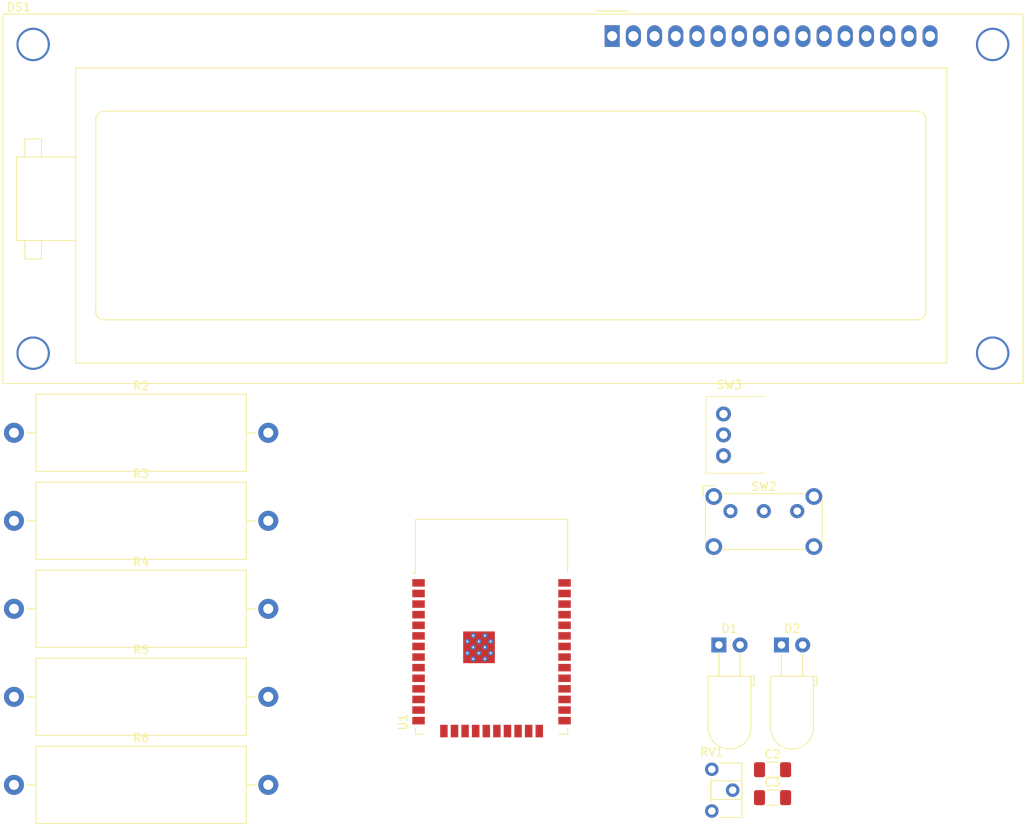
<source format=kicad_pcb>
(kicad_pcb (version 20221018) (generator pcbnew)
  (layers (0 "F.Cu" signal) (31 "B.Cu" signal) (34 "B.Paste" user) (35 "F.Paste" user) (36 "B.SilkS" user "B.Silkscreen") (37 "F.SilkS" user "F.Silkscreen") (38 "B.Mask" user) (39 "F.Mask" user) (44 "Edge.Cuts" user))
  (net 0 "")
  (net 1 "GND")
  (net 2 "/A")
  (net 3 "/B")
  (net 4 "Net-(D1-K)")
  (net 5 "/LED_Y")
  (net 6 "Net-(D2-K)")
  (net 7 "/LED_B")
  (net 8 "Net-(DS1-LEDA)")
  (net 9 "/LCD_PWR")
  (net 10 "Net-(DS1-Vo)")
  (net 11 "/REG_SEL")
  (net 12 "/EN")
  (net 17 "/D4")
  (net 18 "/D5")
  (net 19 "/D6")
  (net 20 "/D7")
  (net 21 "Net-(R3-Pad2)")
  (net 22 "Net-(R4-Pad2)")
  (net 23 "VCC")
  (net 24 "/C")
  (footprint "LED_THT:LED_D5.0mm_Horizontal_O3.81mm_Z15.0mm" (layer "F.Cu") (at 121.4275 98.54)
    (fp_text reference "D2" (at 1.27 -1.96) (layer "F.SilkS"))
    (fp_text value "Blue")
    (fp_line (start -1.29 3.75) (end -1.29 9.91) (stroke (width 0.12)) (layer "F.SilkS"))
    (fp_line (start -1.29 3.75) (end 3.83 3.75) (stroke (width 0.12)) (layer "F.SilkS"))
    (fp_line (start 0 1.08) (end 0 1.08) (stroke (width 0.12)) (layer "F.SilkS"))
    (fp_line (start 0 1.08) (end 0 3.75) (stroke (width 0.12)) (layer "F.SilkS"))
    (fp_line (start 0 3.75) (end 0 1.08) (stroke (width 0.12)) (layer "F.SilkS"))
    (fp_line (start 0 3.75) (end 0 3.75) (stroke (width 0.12)) (layer "F.SilkS"))
    (fp_line (start 2.54 1.08) (end 2.54 1.08) (stroke (width 0.12)) (layer "F.SilkS"))
    (fp_line (start 2.54 1.08) (end 2.54 3.75) (stroke (width 0.12)) (layer "F.SilkS"))
    (fp_line (start 2.54 3.75) (end 2.54 1.08) (stroke (width 0.12)) (layer "F.SilkS"))
    (fp_line (start 2.54 3.75) (end 2.54 3.75) (stroke (width 0.12)) (layer "F.SilkS"))
    (fp_line (start 3.83 3.75) (end 3.83 9.91) (stroke (width 0.12)) (layer "F.SilkS"))
    (fp_line (start 3.83 3.75) (end 4.23 3.75) (stroke (width 0.12)) (layer "F.SilkS"))
    (fp_line (start 3.83 4.87) (end 3.83 3.75) (stroke (width 0.12)) (layer "F.SilkS"))
    (fp_line (start 4.23 3.75) (end 4.23 4.87) (stroke (width 0.12)) (layer "F.SilkS"))
    (fp_line (start 4.23 4.87) (end 3.83 4.87) (stroke (width 0.12)) (layer "F.SilkS"))
    (fp_arc (start 3.83 9.91) (mid 1.27 12.47) (end -1.29 9.91) (stroke (width 0.12)) (layer "F.SilkS"))
    (pad "1" thru_hole rect (at 0 0) (size 1.8 1.8) (drill 0.9) (layers "*.Cu" "*.Mask") (net 6 "Net-(D2-K)"))
    (pad "2" thru_hole circle (at 2.54 0) (size 1.8 1.8) (drill 0.9) (layers "*.Cu" "*.Mask") (net 7 "/LED_B"))
  )
  (footprint "Rotary_Encoder:RotaryEncoder_Bourns_Horizontal_PEC09-2xxxF-Nxxxx" (layer "F.Cu") (at 114.4775 75.86)
    (fp_text reference "SW3" (at 0.7 -8.5) (layer "F.SilkS"))
    (fp_text value "RotaryEncoder")
    (fp_line (start -2.1 -7.1) (end -2.1 2.1) (stroke (width 0.1)) (layer "F.SilkS"))
    (fp_line (start -2.1 2.1) (end 5 2.1) (stroke (width 0.1)) (layer "F.SilkS"))
    (fp_line (start 5 -7.1) (end -2.1 -7.1) (stroke (width 0.1)) (layer "F.SilkS"))
    (pad "A" thru_hole circle (at 0 0) (size 1.8 1.8) (drill 1) (layers "*.Cu" "*.Mask") (net 21 "Net-(R3-Pad2)"))
    (pad "B" thru_hole circle (at 0 -5) (size 1.8 1.8) (drill 1) (layers "*.Cu" "*.Mask") (net 22 "Net-(R4-Pad2)"))
    (pad "C" thru_hole circle (at 0 -2.5) (size 1.8 1.8) (drill 1) (layers "*.Cu" "*.Mask") (net 24 "/C"))
  )
  (footprint "Resistor_THT:R_Axial_Power_L25.0mm_W9.0mm_P30.48mm" (layer "F.Cu") (at 29.4375 94.21)
    (fp_text reference "R4" (at 15.24 -5.62) (layer "F.SilkS"))
    (fp_text value "330R")
    (fp_line (start 1.44 0) (end 2.62 0) (stroke (width 0.12)) (layer "F.SilkS"))
    (fp_line (start 2.62 -4.62) (end 2.62 4.62) (stroke (width 0.12)) (layer "F.SilkS"))
    (fp_line (start 2.62 4.62) (end 27.86 4.62) (stroke (width 0.12)) (layer "F.SilkS"))
    (fp_line (start 27.86 -4.62) (end 2.62 -4.62) (stroke (width 0.12)) (layer "F.SilkS"))
    (fp_line (start 27.86 4.62) (end 27.86 -4.62) (stroke (width 0.12)) (layer "F.SilkS"))
    (fp_line (start 29.04 0) (end 27.86 0) (stroke (width 0.12)) (layer "F.SilkS"))
    (pad "1" thru_hole circle (at 0 0) (size 2.4 2.4) (drill 1.2) (layers "*.Cu" "*.Mask") (net 3 "/B"))
    (pad "2" thru_hole oval (at 30.48 0) (size 2.4 2.4) (drill 1.2) (layers "*.Cu" "*.Mask") (net 22 "Net-(R4-Pad2)"))
  )
  (footprint "Potentiometer_THT:Potentiometer_ACP_CA6-H2,5_Horizontal" (layer "F.Cu") (at 113.0775 113.44)
    (fp_text reference "RV1" (at 0 -2.06) (layer "F.SilkS"))
    (fp_text value "R_Potentiometer")
    (fp_line (start -0.121 1.066) (end -0.121 3.935) (stroke (width 0.12)) (layer "F.SilkS"))
    (fp_line (start -0.121 1.38) (end -0.121 3.62) (stroke (width 0.12)) (layer "F.SilkS"))
    (fp_line (start -0.121 1.38) (end 3.62 1.38) (stroke (width 0.12)) (layer "F.SilkS"))
    (fp_line (start -0.121 3.62) (end 3.62 3.62) (stroke (width 0.12)) (layer "F.SilkS"))
    (fp_line (start 0.925 -0.77) (end 3.62 -0.77) (stroke (width 0.12)) (layer "F.SilkS"))
    (fp_line (start 0.925 5.77) (end 3.62 5.77) (stroke (width 0.12)) (layer "F.SilkS"))
    (fp_line (start 3.62 -0.77) (end 3.62 5.77) (stroke (width 0.12)) (layer "F.SilkS"))
    (fp_line (start 3.62 1.38) (end 3.62 3.62) (stroke (width 0.12)) (layer "F.SilkS"))
    (pad "1" thru_hole circle (at 0 0) (size 1.62 1.62) (drill 0.9) (layers "*.Cu" "*.Mask") (net 1 "GND"))
    (pad "2" thru_hole circle (at 2.5 2.5) (size 1.62 1.62) (drill 0.9) (layers "*.Cu" "*.Mask") (net 10 "Net-(DS1-Vo)"))
    (pad "3" thru_hole circle (at 0 5) (size 1.62 1.62) (drill 0.9) (layers "*.Cu" "*.Mask") (net 9 "/LCD_PWR"))
  )
  (footprint "Display:HY1602E" (layer "F.Cu") (at 101.1375 25.565)
    (fp_text reference "DS1" (at -71.12 -3.48) (layer "F.SilkS"))
    (fp_text value "HY1602E")
    (fp_line (start -73.04 -2.64) (end -73.04 41.64) (stroke (width 0.12)) (layer "F.SilkS"))
    (fp_line (start -73.04 -2.64) (end 49.24 -2.64) (stroke (width 0.12)) (layer "F.SilkS"))
    (fp_line (start -71.4 14.5) (end -64.3 14.5) (stroke (width 0.12)) (layer "F.SilkS"))
    (fp_line (start -71.4 24.5) (end -71.4 14.5) (stroke (width 0.12)) (layer "F.SilkS"))
    (fp_line (start -70.4 12.3) (end -70.4 14.5) (stroke (width 0.12)) (layer "F.SilkS"))
    (fp_line (start -70.4 26.7) (end -70.4 24.5) (stroke (width 0.12)) (layer "F.SilkS"))
    (fp_line (start -68.4 12.3) (end -70.4 12.3) (stroke (width 0.12)) (layer "F.SilkS"))
    (fp_line (start -68.4 14.5) (end -68.4 12.3) (stroke (width 0.12)) (layer "F.SilkS"))
    (fp_line (start -68.4 24.5) (end -68.4 26.7) (stroke (width 0.12)) (layer "F.SilkS"))
    (fp_line (start -68.4 26.7) (end -70.4 26.7) (stroke (width 0.12)) (layer "F.SilkS"))
    (fp_line (start -64.3 3.8) (end 40.1 3.8) (stroke (width 0.12)) (layer "F.SilkS"))
    (fp_line (start -64.3 24.5) (end -71.4 24.5) (stroke (width 0.12)) (layer "F.SilkS"))
    (fp_line (start -64.3 39.2) (end -64.3 3.8) (stroke (width 0.12)) (layer "F.SilkS"))
    (fp_line (start -61.9 33) (end -61.9 10) (stroke (width 0.12)) (layer "F.SilkS"))
    (fp_line (start -60.9 9) (end 36.6 9) (stroke (width 0.12)) (layer "F.SilkS"))
    (fp_line (start -2 -3) (end 2 -3) (stroke (width 0.12)) (layer "F.SilkS"))
    (fp_line (start 36.6 34) (end -60.9 34) (stroke (width 0.12)) (layer "F.SilkS"))
    (fp_line (start 37.6 10) (end 37.6 33) (stroke (width 0.12)) (layer "F.SilkS"))
    (fp_line (start 40.1 3.8) (end 40.1 39.2) (stroke (width 0.12)) (layer "F.SilkS"))
    (fp_line (start 40.1 39.2) (end -64.3 39.2) (stroke (width 0.12)) (layer "F.SilkS"))
    (fp_line (start 49.24 -2.64) (end 49.24 41.64) (stroke (width 0.12)) (layer "F.SilkS"))
    (fp_line (start 49.24 41.64) (end -73.04 41.64) (stroke (width 0.12)) (layer "F.SilkS"))
    (fp_arc (start -61.9 10) (mid -61.607107 9.292893) (end -60.9 9) (stroke (width 0.12)) (layer "F.SilkS"))
    (fp_arc (start -60.9 34) (mid -61.607107 33.707107) (end -61.9 33) (stroke (width 0.12)) (layer "F.SilkS"))
    (fp_arc (start 36.6 9) (mid 37.307107 9.292893) (end 37.6 10) (stroke (width 0.12)) (layer "F.SilkS"))
    (fp_arc (start 37.6 33) (mid 37.307107 33.707107) (end 36.6 34) (stroke (width 0.12)) (layer "F.SilkS"))
    (pad "" thru_hole circle (at -69.40042 1.00076 180) (size 4 4) (drill 3.5) (layers "*.Cu" "*.Mask"))
    (pad "" thru_hole circle (at -69.40042 38.00094 180) (size 4 4) (drill 3.5) (layers "*.Cu" "*.Mask"))
    (pad "" thru_hole circle (at 45.60062 1.00076 180) (size 4 4) (drill 3.5) (layers "*.Cu" "*.Mask"))
    (pad "" thru_hole circle (at 45.60062 38.00094 180) (size 4 4) (drill 3.5) (layers "*.Cu" "*.Mask"))
    (pad "1" thru_hole rect (at 0 0 180) (size 1.8 2.6) (drill 1.2) (layers "*.Cu" "*.Mask") (net 1 "GND"))
    (pad "2" thru_hole oval (at 2.54 0 180) (size 1.8 2.6) (drill 1.2) (layers "*.Cu" "*.Mask") (net 8 "Net-(DS1-LEDA)"))
    (pad "3" thru_hole oval (at 5.08 0 180) (size 1.8 2.6) (drill 1.2) (layers "*.Cu" "*.Mask") (net 1 "GND"))
    (pad "4" thru_hole oval (at 7.62 0 180) (size 1.8 2.6) (drill 1.2) (layers "*.Cu" "*.Mask") (net 9 "/LCD_PWR"))
    (pad "5" thru_hole oval (at 10.16 0 180) (size 1.8 2.6) (drill 1.2) (layers "*.Cu" "*.Mask") (net 10 "Net-(DS1-Vo)"))
    (pad "6" thru_hole oval (at 12.7 0 180) (size 1.8 2.6) (drill 1.2) (layers "*.Cu" "*.Mask") (net 11 "/REG_SEL"))
    (pad "7" thru_hole oval (at 15.24 0 180) (size 1.8 2.6) (drill 1.2) (layers "*.Cu" "*.Mask") (net 1 "GND"))
    (pad "8" thru_hole oval (at 17.78 0 180) (size 1.8 2.6) (drill 1.2) (layers "*.Cu" "*.Mask") (net 12 "/EN"))
    (pad "9" thru_hole oval (at 20.32 0 180) (size 1.8 2.6) (drill 1.2) (layers "*.Cu" "*.Mask"))
    (pad "10" thru_hole oval (at 22.86 0 180) (size 1.8 2.6) (drill 1.2) (layers "*.Cu" "*.Mask"))
    (pad "11" thru_hole oval (at 25.4 0 180) (size 1.8 2.6) (drill 1.2) (layers "*.Cu" "*.Mask"))
    (pad "12" thru_hole oval (at 27.94 0 180) (size 1.8 2.6) (drill 1.2) (layers "*.Cu" "*.Mask"))
    (pad "13" thru_hole oval (at 30.48 0 180) (size 1.8 2.6) (drill 1.2) (layers "*.Cu" "*.Mask") (net 17 "/D4"))
    (pad "14" thru_hole oval (at 33.02 0 180) (size 1.8 2.6) (drill 1.2) (layers "*.Cu" "*.Mask") (net 18 "/D5"))
    (pad "15" thru_hole oval (at 35.56 0 180) (size 1.8 2.6) (drill 1.2) (layers "*.Cu" "*.Mask") (net 19 "/D6"))
    (pad "16" thru_hole oval (at 38.1 0 180) (size 1.8 2.6) (drill 1.2) (layers "*.Cu" "*.Mask") (net 20 "/D7"))
  )
  (footprint "Button_Switch_THT:SW_E-Switch_EG1224_SPDT_Angled" (layer "F.Cu") (at 115.3125 82.495)
    (fp_text reference "SW2" (at 4 -2.95) (layer "F.SilkS"))
    (fp_text value "SW_SPDT")
    (fp_line (start -3.3 -3.05) (end -2 -3.05) (stroke (width 0.12)) (layer "F.SilkS"))
    (fp_line (start -3.3 -1.75) (end -3.3 -3.05) (stroke (width 0.12)) (layer "F.SilkS"))
    (fp_line (start -3 3.85) (end -3 -1.35) (stroke (width 0.12)) (layer "F.SilkS"))
    (fp_line (start -0.95 -2.1) (end 8.95 -2.1) (stroke (width 0.12)) (layer "F.SilkS"))
    (fp_line (start 8.95 4.6) (end -0.95 4.6) (stroke (width 0.12)) (layer "F.SilkS"))
    (fp_line (start 11 -1.35) (end 11 3.85) (stroke (width 0.12)) (layer "F.SilkS"))
    (pad "" thru_hole circle (at -2 -1.75) (size 2 2) (drill 1.2) (layers "*.Cu" "*.Mask"))
    (pad "" thru_hole circle (at -2 4.25) (size 2 2) (drill 1.2) (layers "*.Cu" "*.Mask"))
    (pad "" thru_hole circle (at 10 -1.75) (size 2 2) (drill 1.2) (layers "*.Cu" "*.Mask"))
    (pad "" thru_hole circle (at 10 4.25) (size 2 2) (drill 1.2) (layers "*.Cu" "*.Mask"))
    (pad "1" thru_hole circle (at 0 0) (size 1.7 1.7) (drill 0.9) (layers "*.Cu" "*.Mask") (net 23 "VCC"))
    (pad "2" thru_hole circle (at 4 0) (size 1.7 1.7) (drill 0.9) (layers "*.Cu" "*.Mask") (net 9 "/LCD_PWR"))
    (pad "3" thru_hole circle (at 8 0) (size 1.7 1.7) (drill 0.9) (layers "*.Cu" "*.Mask") (net 1 "GND"))
  )
  (footprint "Resistor_THT:R_Axial_Power_L25.0mm_W9.0mm_P30.48mm" (layer "F.Cu") (at 29.4375 104.76)
    (fp_text reference "R5" (at 15.24 -5.62) (layer "F.SilkS"))
    (fp_text value "330R")
    (fp_line (start 1.44 0) (end 2.62 0) (stroke (width 0.12)) (layer "F.SilkS"))
    (fp_line (start 2.62 -4.62) (end 2.62 4.62) (stroke (width 0.12)) (layer "F.SilkS"))
    (fp_line (start 2.62 4.62) (end 27.86 4.62) (stroke (width 0.12)) (layer "F.SilkS"))
    (fp_line (start 27.86 -4.62) (end 2.62 -4.62) (stroke (width 0.12)) (layer "F.SilkS"))
    (fp_line (start 27.86 4.62) (end 27.86 -4.62) (stroke (width 0.12)) (layer "F.SilkS"))
    (fp_line (start 29.04 0) (end 27.86 0) (stroke (width 0.12)) (layer "F.SilkS"))
    (pad "1" thru_hole circle (at 0 0) (size 2.4 2.4) (drill 1.2) (layers "*.Cu" "*.Mask") (net 6 "Net-(D2-K)"))
    (pad "2" thru_hole oval (at 30.48 0) (size 2.4 2.4) (drill 1.2) (layers "*.Cu" "*.Mask") (net 1 "GND"))
  )
  (footprint "Capacitor_SMD:C_1206_3216Metric_Pad1.33x1.80mm_HandSolder" (layer "F.Cu") (at 120.3575 113.49)
    (fp_text reference "C2" (at 0 -1.85) (layer "F.SilkS"))
    (fp_text value "10nF")
    (fp_line (start -0.711252 -0.91) (end 0.711252 -0.91) (stroke (width 0.12)) (layer "F.SilkS"))
    (fp_line (start -0.711252 0.91) (end 0.711252 0.91) (stroke (width 0.12)) (layer "F.SilkS"))
    (pad "1" smd roundrect (at -1.5625 0) (size 1.325 1.8) (layers "F.Cu" "F.Paste" "F.Mask") (roundrect_rratio 0.188679) (net 1 "GND"))
    (pad "2" smd roundrect (at 1.5625 0) (size 1.325 1.8) (layers "F.Cu" "F.Paste" "F.Mask") (roundrect_rratio 0.188679) (net 2 "/A"))
  )
  (footprint "Resistor_THT:R_Axial_Power_L25.0mm_W9.0mm_P30.48mm" (layer "F.Cu") (at 29.4375 73.11)
    (fp_text reference "R2" (at 15.24 -5.62) (layer "F.SilkS"))
    (fp_text value "2k2")
    (fp_line (start 1.44 0) (end 2.62 0) (stroke (width 0.12)) (layer "F.SilkS"))
    (fp_line (start 2.62 -4.62) (end 2.62 4.62) (stroke (width 0.12)) (layer "F.SilkS"))
    (fp_line (start 2.62 4.62) (end 27.86 4.62) (stroke (width 0.12)) (layer "F.SilkS"))
    (fp_line (start 27.86 -4.62) (end 2.62 -4.62) (stroke (width 0.12)) (layer "F.SilkS"))
    (fp_line (start 27.86 4.62) (end 27.86 -4.62) (stroke (width 0.12)) (layer "F.SilkS"))
    (fp_line (start 29.04 0) (end 27.86 0) (stroke (width 0.12)) (layer "F.SilkS"))
    (pad "1" thru_hole circle (at 0 0) (size 2.4 2.4) (drill 1.2) (layers "*.Cu" "*.Mask") (net 9 "/LCD_PWR"))
    (pad "2" thru_hole oval (at 30.48 0) (size 2.4 2.4) (drill 1.2) (layers "*.Cu" "*.Mask") (net 8 "Net-(DS1-LEDA)"))
  )
  (footprint "Capacitor_SMD:C_1206_3216Metric_Pad1.33x1.80mm_HandSolder" (layer "F.Cu") (at 120.3575 116.84)
    (fp_text reference "C3" (at 0 -1.85) (layer "F.SilkS"))
    (fp_text value "10nF")
    (fp_line (start -0.711252 -0.91) (end 0.711252 -0.91) (stroke (width 0.12)) (layer "F.SilkS"))
    (fp_line (start -0.711252 0.91) (end 0.711252 0.91) (stroke (width 0.12)) (layer "F.SilkS"))
    (pad "1" smd roundrect (at -1.5625 0) (size 1.325 1.8) (layers "F.Cu" "F.Paste" "F.Mask") (roundrect_rratio 0.188679) (net 1 "GND"))
    (pad "2" smd roundrect (at 1.5625 0) (size 1.325 1.8) (layers "F.Cu" "F.Paste" "F.Mask") (roundrect_rratio 0.188679) (net 3 "/B"))
  )
  (footprint "Resistor_THT:R_Axial_Power_L25.0mm_W9.0mm_P30.48mm" (layer "F.Cu") (at 29.4375 115.31)
    (fp_text reference "R6" (at 15.24 -5.62) (layer "F.SilkS"))
    (fp_text value "330R")
    (fp_line (start 1.44 0) (end 2.62 0) (stroke (width 0.12)) (layer "F.SilkS"))
    (fp_line (start 2.62 -4.62) (end 2.62 4.62) (stroke (width 0.12)) (layer "F.SilkS"))
    (fp_line (start 2.62 4.62) (end 27.86 4.62) (stroke (width 0.12)) (layer "F.SilkS"))
    (fp_line (start 27.86 -4.62) (end 2.62 -4.62) (stroke (width 0.12)) (layer "F.SilkS"))
    (fp_line (start 27.86 4.62) (end 27.86 -4.62) (stroke (width 0.12)) (layer "F.SilkS"))
    (fp_line (start 29.04 0) (end 27.86 0) (stroke (width 0.12)) (layer "F.SilkS"))
    (pad "1" thru_hole circle (at 0 0) (size 2.4 2.4) (drill 1.2) (layers "*.Cu" "*.Mask") (net 4 "Net-(D1-K)"))
    (pad "2" thru_hole oval (at 30.48 0) (size 2.4 2.4) (drill 1.2) (layers "*.Cu" "*.Mask") (net 1 "GND"))
  )
  (footprint "Resistor_THT:R_Axial_Power_L25.0mm_W9.0mm_P30.48mm" (layer "F.Cu") (at 29.4375 83.66)
    (fp_text reference "R3" (at 15.24 -5.62) (layer "F.SilkS"))
    (fp_text value "10k")
    (fp_line (start 1.44 0) (end 2.62 0) (stroke (width 0.12)) (layer "F.SilkS"))
    (fp_line (start 2.62 -4.62) (end 2.62 4.62) (stroke (width 0.12)) (layer "F.SilkS"))
    (fp_line (start 2.62 4.62) (end 27.86 4.62) (stroke (width 0.12)) (layer "F.SilkS"))
    (fp_line (start 27.86 -4.62) (end 2.62 -4.62) (stroke (width 0.12)) (layer "F.SilkS"))
    (fp_line (start 27.86 4.62) (end 27.86 -4.62) (stroke (width 0.12)) (layer "F.SilkS"))
    (fp_line (start 29.04 0) (end 27.86 0) (stroke (width 0.12)) (layer "F.SilkS"))
    (pad "1" thru_hole circle (at 0 0) (size 2.4 2.4) (drill 1.2) (layers "*.Cu" "*.Mask") (net 2 "/A"))
    (pad "2" thru_hole oval (at 30.48 0) (size 2.4 2.4) (drill 1.2) (layers "*.Cu" "*.Mask") (net 21 "Net-(R3-Pad2)"))
  )
  (footprint "LED_THT:LED_D5.0mm_Horizontal_O3.81mm_Z15.0mm" (layer "F.Cu") (at 113.9275 98.54)
    (fp_text reference "D1" (at 1.27 -1.96) (layer "F.SilkS"))
    (fp_text value "Yellow")
    (fp_line (start -1.29 3.75) (end -1.29 9.91) (stroke (width 0.12)) (layer "F.SilkS"))
    (fp_line (start -1.29 3.75) (end 3.83 3.75) (stroke (width 0.12)) (layer "F.SilkS"))
    (fp_line (start 0 1.08) (end 0 1.08) (stroke (width 0.12)) (layer "F.SilkS"))
    (fp_line (start 0 1.08) (end 0 3.75) (stroke (width 0.12)) (layer "F.SilkS"))
    (fp_line (start 0 3.75) (end 0 1.08) (stroke (width 0.12)) (layer "F.SilkS"))
    (fp_line (start 0 3.75) (end 0 3.75) (stroke (width 0.12)) (layer "F.SilkS"))
    (fp_line (start 2.54 1.08) (end 2.54 1.08) (stroke (width 0.12)) (layer "F.SilkS"))
    (fp_line (start 2.54 1.08) (end 2.54 3.75) (stroke (width 0.12)) (layer "F.SilkS"))
    (fp_line (start 2.54 3.75) (end 2.54 1.08) (stroke (width 0.12)) (layer "F.SilkS"))
    (fp_line (start 2.54 3.75) (end 2.54 3.75) (stroke (width 0.12)) (layer "F.SilkS"))
    (fp_line (start 3.83 3.75) (end 3.83 9.91) (stroke (width 0.12)) (layer "F.SilkS"))
    (fp_line (start 3.83 3.75) (end 4.23 3.75) (stroke (width 0.12)) (layer "F.SilkS"))
    (fp_line (start 3.83 4.87) (end 3.83 3.75) (stroke (width 0.12)) (layer "F.SilkS"))
    (fp_line (start 4.23 3.75) (end 4.23 4.87) (stroke (width 0.12)) (layer "F.SilkS"))
    (fp_line (start 4.23 4.87) (end 3.83 4.87) (stroke (width 0.12)) (layer "F.SilkS"))
    (fp_arc (start 3.83 9.91) (mid 1.27 12.47) (end -1.29 9.91) (stroke (width 0.12)) (layer "F.SilkS"))
    (pad "1" thru_hole rect (at 0 0) (size 1.8 1.8) (drill 0.9) (layers "*.Cu" "*.Mask") (net 4 "Net-(D1-K)"))
    (pad "2" thru_hole circle (at 2.54 0) (size 1.8 1.8) (drill 0.9) (layers "*.Cu" "*.Mask") (net 5 "/LED_Y"))
  )
  (footprint "RF_Module:ESP32-WROOM-32D" (layer "F.Cu") (at 86.6775 99.35)
    (fp_text reference "U1" (at -10.61 8.43 90) (layer "F.SilkS"))
    (fp_text value "ESP32-WROOM-32D")
    (fp_line (start -9.12 -15.86) (end -9.12 -9.445) (stroke (width 0.12)) (layer "F.SilkS"))
    (fp_line (start -9.12 -15.86) (end 9.12 -15.86) (stroke (width 0.12)) (layer "F.SilkS"))
    (fp_line (start -9.12 -9.445) (end -9.5 -9.445) (stroke (width 0.12)) (layer "F.SilkS"))
    (fp_line (start -9.12 9.1) (end -9.12 9.88) (stroke (width 0.12)) (layer "F.SilkS"))
    (fp_line (start -9.12 9.88) (end -8.12 9.88) (stroke (width 0.12)) (layer "F.SilkS"))
    (fp_line (start 9.12 -15.86) (end 9.12 -9.445) (stroke (width 0.12)) (layer "F.SilkS"))
    (fp_line (start 9.12 9.1) (end 9.12 9.88) (stroke (width 0.12)) (layer "F.SilkS"))
    (fp_line (start 9.12 9.88) (end 8.12 9.88) (stroke (width 0.12)) (layer "F.SilkS"))
    (pad "1" smd rect (at -8.75 -8.25) (size 1.5 0.9) (layers "F.Cu" "F.Paste" "F.Mask") (net 1 "GND"))
    (pad "2" smd rect (at -8.75 -6.98) (size 1.5 0.9) (layers "F.Cu" "F.Paste" "F.Mask") (net 23 "VCC"))
    (pad "3" smd rect (at -8.75 -5.71) (size 1.5 0.9) (layers "F.Cu" "F.Paste" "F.Mask"))
    (pad "4" smd rect (at -8.75 -4.44) (size 1.5 0.9) (layers "F.Cu" "F.Paste" "F.Mask"))
    (pad "5" smd rect (at -8.75 -3.17) (size 1.5 0.9) (layers "F.Cu" "F.Paste" "F.Mask"))
    (pad "6" smd rect (at -8.75 -1.9) (size 1.5 0.9) (layers "F.Cu" "F.Paste" "F.Mask") (net 3 "/B"))
    (pad "7" smd rect (at -8.75 -0.63) (size 1.5 0.9) (layers "F.Cu" "F.Paste" "F.Mask") (net 2 "/A"))
    (pad "8" smd rect (at -8.75 0.64) (size 1.5 0.9) (layers "F.Cu" "F.Paste" "F.Mask") (net 24 "/C"))
    (pad "9" smd rect (at -8.75 1.91) (size 1.5 0.9) (layers "F.Cu" "F.Paste" "F.Mask"))
    (pad "10" smd rect (at -8.75 3.18) (size 1.5 0.9) (layers "F.Cu" "F.Paste" "F.Mask"))
    (pad "11" smd rect (at -8.75 4.45) (size 1.5 0.9) (layers "F.Cu" "F.Paste" "F.Mask"))
    (pad "12" smd rect (at -8.75 5.72) (size 1.5 0.9) (layers "F.Cu" "F.Paste" "F.Mask"))
    (pad "13" smd rect (at -8.75 6.99) (size 1.5 0.9) (layers "F.Cu" "F.Paste" "F.Mask"))
    (pad "14" smd rect (at -8.75 8.26) (size 1.5 0.9) (layers "F.Cu" "F.Paste" "F.Mask") (net 11 "/REG_SEL"))
    (pad "15" smd rect (at -5.71 9.51 90) (size 1.5 0.9) (layers "F.Cu" "F.Paste" "F.Mask") (net 1 "GND"))
    (pad "16" smd rect (at -4.44 9.51 90) (size 1.5 0.9) (layers "F.Cu" "F.Paste" "F.Mask") (net 7 "/LED_B"))
    (pad "17" smd rect (at -3.17 9.51 90) (size 1.5 0.9) (layers "F.Cu" "F.Paste" "F.Mask"))
    (pad "18" smd rect (at -1.9 9.51 90) (size 1.5 0.9) (layers "F.Cu" "F.Paste" "F.Mask"))
    (pad "19" smd rect (at -0.63 9.51 90) (size 1.5 0.9) (layers "F.Cu" "F.Paste" "F.Mask"))
    (pad "20" smd rect (at 0.64 9.51 90) (size 1.5 0.9) (layers "F.Cu" "F.Paste" "F.Mask"))
    (pad "21" smd rect (at 1.91 9.51 90) (size 1.5 0.9) (layers "F.Cu" "F.Paste" "F.Mask"))
    (pad "22" smd rect (at 3.18 9.51 90) (size 1.5 0.9) (layers "F.Cu" "F.Paste" "F.Mask"))
    (pad "23" smd rect (at 4.45 9.51 90) (size 1.5 0.9) (layers "F.Cu" "F.Paste" "F.Mask") (net 17 "/D4"))
    (pad "24" smd rect (at 5.72 9.51 90) (size 1.5 0.9) (layers "F.Cu" "F.Paste" "F.Mask") (net 18 "/D5"))
    (pad "25" smd rect (at 8.75 8.26) (size 1.5 0.9) (layers "F.Cu" "F.Paste" "F.Mask") (net 19 "/D6"))
    (pad "26" smd rect (at 8.75 6.99) (size 1.5 0.9) (layers "F.Cu" "F.Paste" "F.Mask") (net 20 "/D7"))
    (pad "27" smd rect (at 8.75 5.72) (size 1.5 0.9) (layers "F.Cu" "F.Paste" "F.Mask") (net 12 "/EN"))
    (pad "28" smd rect (at 8.75 4.45) (size 1.5 0.9) (layers "F.Cu" "F.Paste" "F.Mask"))
    (pad "29" smd rect (at 8.75 3.18) (size 1.5 0.9) (layers "F.Cu" "F.Paste" "F.Mask"))
    (pad "30" smd rect (at 8.75 1.91) (size 1.5 0.9) (layers "F.Cu" "F.Paste" "F.Mask") (net 5 "/LED_Y"))
    (pad "31" smd rect (at 8.75 0.64) (size 1.5 0.9) (layers "F.Cu" "F.Paste" "F.Mask"))
    (pad "32" smd rect (at 8.75 -0.63) (size 1.5 0.9) (layers "F.Cu" "F.Paste" "F.Mask"))
    (pad "33" smd rect (at 8.75 -1.9) (size 1.5 0.9) (layers "F.Cu" "F.Paste" "F.Mask"))
    (pad "34" smd rect (at 8.75 -3.17) (size 1.5 0.9) (layers "F.Cu" "F.Paste" "F.Mask"))
    (pad "35" smd rect (at 8.75 -4.44) (size 1.5 0.9) (layers "F.Cu" "F.Paste" "F.Mask"))
    (pad "36" smd rect (at 8.75 -5.71) (size 1.5 0.9) (layers "F.Cu" "F.Paste" "F.Mask"))
    (pad "37" smd rect (at 8.75 -6.98) (size 1.5 0.9) (layers "F.Cu" "F.Paste" "F.Mask"))
    (pad "38" smd rect (at 8.75 -8.25) (size 1.5 0.9) (layers "F.Cu" "F.Paste" "F.Mask") (net 1 "GND"))
    (pad "39" smd rect (at -2.9 -1.93) (size 0.9 0.9) (layers "F.Cu" "F.Paste") (net 1 "GND"))
    (pad "39" thru_hole circle (at -2.9 -1.23) (size 0.6 0.6) (drill 0.2) (property pad_prop_heatsink) (layers "*.Cu" "F.Mask") (net 1 "GND"))
    (pad "39" smd rect (at -2.9 -0.53) (size 0.9 0.9) (layers "F.Cu" "F.Paste") (net 1 "GND"))
    (pad "39" thru_hole circle (at -2.9 0.17) (size 0.6 0.6) (drill 0.2) (property pad_prop_heatsink) (layers "*.Cu" "F.Mask") (net 1 "GND"))
    (pad "39" smd rect (at -2.9 0.87) (size 0.9 0.9) (layers "F.Cu" "F.Paste") (net 1 "GND"))
    (pad "39" thru_hole circle (at -2.2 -1.93) (size 0.6 0.6) (drill 0.2) (property pad_prop_heatsink) (layers "*.Cu" "F.Mask") (net 1 "GND"))
    (pad "39" thru_hole circle (at -2.2 -0.53) (size 0.6 0.6) (drill 0.2) (property pad_prop_heatsink) (layers "*.Cu" "F.Mask") (net 1 "GND"))
    (pad "39" thru_hole circle (at -2.2 0.87) (size 0.6 0.6) (drill 0.2) (property pad_prop_heatsink) (layers "*.Cu" "F.Mask") (net 1 "GND"))
    (pad "39" thru_hole circle (at -1.525 -1.23) (size 0.6 0.6) (drill 0.2) (property pad_prop_heatsink) (layers "*.Cu" "F.Mask") (net 1 "GND"))
    (pad "39" thru_hole circle (at -1.525 0.17) (size 0.6 0.6) (drill 0.2) (property pad_prop_heatsink) (layers "*.Cu" "F.Mask") (net 1 "GND"))
    (pad "39" smd rect (at -1.5 -1.93) (size 0.9 0.9) (layers "F.Cu" "F.Paste") (net 1 "GND"))
    (pad "39" smd rect (at -1.5 -0.53) (size 0.9 0.9) (layers "F.Cu" "F.Paste") (net 1 "GND"))
    (pad "39" smd rect (at -1.5 -0.53) (size 3.8 3.8) (layers "F.Cu" "F.Mask") (net 1 "GND"))
    (pad "39" smd rect (at -1.5 0.87) (size 0.9 0.9) (layers "F.Cu" "F.Paste") (net 1 "GND"))
    (pad "39" thru_hole circle (at -0.8 -1.93) (size 0.6 0.6) (drill 0.2) (property pad_prop_heatsink) (layers "*.Cu" "F.Mask") (net 1 "GND"))
    (pad "39" thru_hole circle (at -0.8 -0.53) (size 0.6 0.6) (drill 0.2) (property pad_prop_heatsink) (layers "*.Cu" "F.Mask") (net 1 "GND"))
    (pad "39" thru_hole circle (at -0.8 0.87) (size 0.6 0.6) (drill 0.2) (property pad_prop_heatsink) (layers "*.Cu" "F.Mask") (net 1 "GND"))
    (pad "39" smd rect (at -0.1 -1.93) (size 0.9 0.9) (layers "F.Cu" "F.Paste") (net 1 "GND"))
    (pad "39" thru_hole circle (at -0.1 -1.23) (size 0.6 0.6) (drill 0.2) (property pad_prop_heatsink) (layers "*.Cu" "F.Mask") (net 1 "GND"))
    (pad "39" smd rect (at -0.1 -0.53) (size 0.9 0.9) (layers "F.Cu" "F.Paste") (net 1 "GND"))
    (pad "39" thru_hole circle (at -0.1 0.17) (size 0.6 0.6) (drill 0.2) (property pad_prop_heatsink) (layers "*.Cu" "F.Mask") (net 1 "GND"))
    (pad "39" smd rect (at -0.1 0.87) (size 0.9 0.9) (layers "F.Cu" "F.Paste") (net 1 "GND"))
  )
)
</source>
